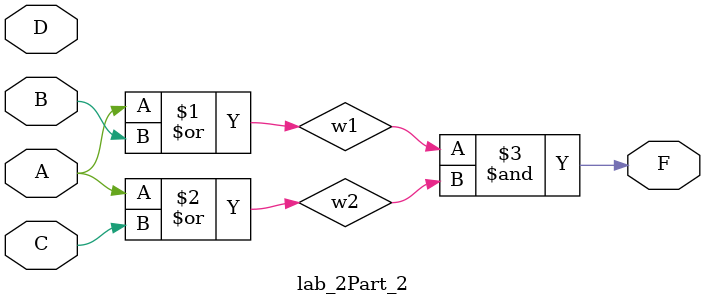
<source format=v>
module lab_2Part_2(input A, B,C,D, output F);
wire w1, w2;
or 
g1(w1,A,B),
g2(w2,A,C);
and
g3(F,w1,w2);
endmodule

</source>
